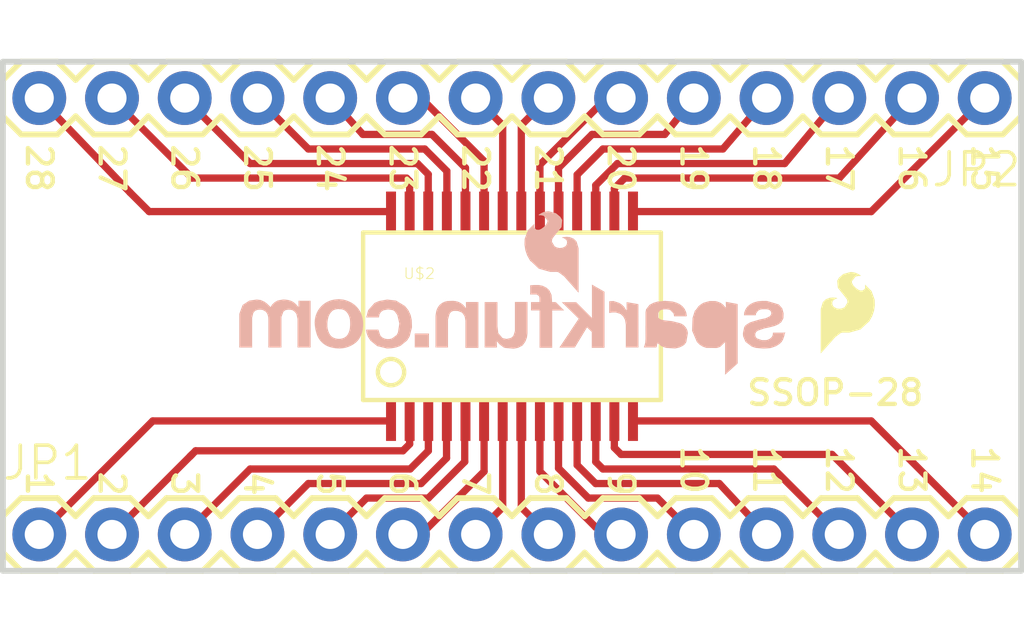
<source format=kicad_pcb>
(kicad_pcb (version 20211014) (generator pcbnew)
  (layers (0 "F.Cu" signal) (31 "B.Cu" signal) (34 "B.Paste" user) (35 "F.Paste" user) (36 "B.SilkS" user "B.Silkscreen") (37 "F.SilkS" user "F.Silkscreen") (38 "B.Mask" user) (39 "F.Mask" user) (44 "Edge.Cuts" user))
  (net 0 "")
  (net 1 "N$1")
  (net 2 "N$2")
  (net 3 "N$3")
  (net 4 "N$4")
  (net 5 "N$5")
  (net 6 "N$6")
  (net 7 "N$7")
  (net 8 "N$8")
  (net 9 "N$9")
  (net 10 "N$10")
  (net 11 "N$11")
  (net 12 "N$12")
  (net 13 "N$13")
  (net 14 "N$14")
  (net 15 "N$15")
  (net 16 "N$16")
  (net 17 "N$17")
  (net 18 "N$18")
  (net 19 "N$19")
  (net 20 "N$20")
  (net 21 "N$21")
  (net 22 "N$22")
  (net 23 "N$23")
  (net 24 "N$24")
  (net 25 "N$25")
  (net 26 "N$26")
  (net 27 "N$27")
  (net 28 "N$28")
  (footprint "boardEagle:SSOP28DB" (layer "F.Cu") (at 148.5011 105.0036)
    (fp_text reference "U$2" (at -3.81 -1.27) (layer "F.SilkS") (effects (font (size 0.373888 0.373888) (thickness 0.032512)) (justify left bottom)))
    (fp_text value "SSOP28")
    (pad "1" smd rect (at -4.225 3.656) (size 0.348 1.397) (layers "F.Cu" "F.Paste" "F.Mask") (net 15 "N$15"))
    (pad "2" smd rect (at -3.575 3.656) (size 0.348 1.397) (layers "F.Cu" "F.Paste" "F.Mask") (net 16 "N$16"))
    (pad "3" smd rect (at -2.925 3.656) (size 0.348 1.397) (layers "F.Cu" "F.Paste" "F.Mask") (net 17 "N$17"))
    (pad "4" smd rect (at -2.275 3.656) (size 0.348 1.397) (layers "F.Cu" "F.Paste" "F.Mask") (net 18 "N$18"))
    (pad "5" smd rect (at -1.625 3.656) (size 0.348 1.397) (layers "F.Cu" "F.Paste" "F.Mask") (net 19 "N$19"))
    (pad "6" smd rect (at -0.975 3.656) (size 0.348 1.397) (layers "F.Cu" "F.Paste" "F.Mask") (net 20 "N$20"))
    (pad "7" smd rect (at -0.325 3.656) (size 0.348 1.397) (layers "F.Cu" "F.Paste" "F.Mask") (net 21 "N$21"))
    (pad "8" smd rect (at 0.325 3.656) (size 0.348 1.397) (layers "F.Cu" "F.Paste" "F.Mask") (net 22 "N$22"))
    (pad "9" smd rect (at 0.975 3.656) (size 0.348 1.397) (layers "F.Cu" "F.Paste" "F.Mask") (net 23 "N$23"))
    (pad "10" smd rect (at 1.625 3.656) (size 0.348 1.397) (layers "F.Cu" "F.Paste" "F.Mask") (net 24 "N$24"))
    (pad "11" smd rect (at 2.275 3.656) (size 0.348 1.397) (layers "F.Cu" "F.Paste" "F.Mask") (net 25 "N$25"))
    (pad "12" smd rect (at 2.925 3.656) (size 0.348 1.397) (layers "F.Cu" "F.Paste" "F.Mask") (net 26 "N$26"))
    (pad "13" smd rect (at 3.575 3.656) (size 0.348 1.397) (layers "F.Cu" "F.Paste" "F.Mask") (net 27 "N$27"))
    (pad "14" smd rect (at 4.225 3.656) (size 0.348 1.397) (layers "F.Cu" "F.Paste" "F.Mask") (net 28 "N$28"))
    (pad "15" smd rect (at 4.225 -3.656) (size 0.348 1.397) (layers "F.Cu" "F.Paste" "F.Mask") (net 1 "N$1"))
    (pad "16" smd rect (at 3.575 -3.656) (size 0.348 1.397) (layers "F.Cu" "F.Paste" "F.Mask") (net 2 "N$2"))
    (pad "17" smd rect (at 2.925 -3.656) (size 0.348 1.397) (layers "F.Cu" "F.Paste" "F.Mask") (net 3 "N$3"))
    (pad "18" smd rect (at 2.275 -3.656) (size 0.348 1.397) (layers "F.Cu" "F.Paste" "F.Mask") (net 4 "N$4"))
    (pad "19" smd rect (at 1.625 -3.656) (size 0.348 1.397) (layers "F.Cu" "F.Paste" "F.Mask") (net 5 "N$5"))
    (pad "20" smd rect (at 0.975 -3.656) (size 0.348 1.397) (layers "F.Cu" "F.Paste" "F.Mask") (net 6 "N$6"))
    (pad "21" smd rect (at 0.325 -3.656) (size 0.348 1.397) (layers "F.Cu" "F.Paste" "F.Mask") (net 7 "N$7"))
    (pad "22" smd rect (at -0.325 -3.656) (size 0.348 1.397) (layers "F.Cu" "F.Paste" "F.Mask") (net 8 "N$8"))
    (pad "23" smd rect (at -0.975 -3.656) (size 0.348 1.397) (layers "F.Cu" "F.Paste" "F.Mask") (net 9 "N$9"))
    (pad "24" smd rect (at -1.625 -3.656) (size 0.348 1.397) (layers "F.Cu" "F.Paste" "F.Mask") (net 10 "N$10"))
    (pad "25" smd rect (at -2.275 -3.656) (size 0.348 1.397) (layers "F.Cu" "F.Paste" "F.Mask") (net 11 "N$11"))
    (pad "26" smd rect (at -2.925 -3.656) (size 0.348 1.397) (layers "F.Cu" "F.Paste" "F.Mask") (net 12 "N$12"))
    (pad "27" smd rect (at -3.575 -3.656) (size 0.348 1.397) (layers "F.Cu" "F.Paste" "F.Mask") (net 13 "N$13"))
    (pad "28" smd rect (at -4.225 -3.656) (size 0.348 1.397) (layers "F.Cu" "F.Paste" "F.Mask") (net 14 "N$14"))
  )
  (footprint "boardEagle:1X14" (layer "F.Cu") (at 165.0111 97.3836 180)
    (fp_text reference "JP2" (at -1.3462 -1.8288 180) (layer "F.SilkS") (effects (font (size 1.143 1.143) (thickness 0.127)) (justify right top)))
    (fp_text value "M14")
    (pad "1" thru_hole circle (at 0 0 270) (size 1.8796 1.8796) (drill 1.016) (layers *.Cu *.Mask) (net 1 "N$1"))
    (pad "2" thru_hole circle (at 2.54 0 270) (size 1.8796 1.8796) (drill 1.016) (layers *.Cu *.Mask) (net 2 "N$2"))
    (pad "3" thru_hole circle (at 5.08 0 270) (size 1.8796 1.8796) (drill 1.016) (layers *.Cu *.Mask) (net 3 "N$3"))
    (pad "4" thru_hole circle (at 7.62 0 270) (size 1.8796 1.8796) (drill 1.016) (layers *.Cu *.Mask) (net 4 "N$4"))
    (pad "5" thru_hole circle (at 10.16 0 270) (size 1.8796 1.8796) (drill 1.016) (layers *.Cu *.Mask) (net 5 "N$5"))
    (pad "6" thru_hole circle (at 12.7 0 270) (size 1.8796 1.8796) (drill 1.016) (layers *.Cu *.Mask) (net 6 "N$6"))
    (pad "7" thru_hole circle (at 15.24 0 270) (size 1.8796 1.8796) (drill 1.016) (layers *.Cu *.Mask) (net 7 "N$7"))
    (pad "8" thru_hole circle (at 17.78 0 270) (size 1.8796 1.8796) (drill 1.016) (layers *.Cu *.Mask) (net 8 "N$8"))
    (pad "9" thru_hole circle (at 20.32 0 270) (size 1.8796 1.8796) (drill 1.016) (layers *.Cu *.Mask) (net 9 "N$9"))
    (pad "10" thru_hole circle (at 22.86 0 270) (size 1.8796 1.8796) (drill 1.016) (layers *.Cu *.Mask) (net 10 "N$10"))
    (pad "11" thru_hole circle (at 25.4 0 270) (size 1.8796 1.8796) (drill 1.016) (layers *.Cu *.Mask) (net 11 "N$11"))
    (pad "12" thru_hole circle (at 27.94 0 270) (size 1.8796 1.8796) (drill 1.016) (layers *.Cu *.Mask) (net 12 "N$12"))
    (pad "13" thru_hole circle (at 30.48 0 270) (size 1.8796 1.8796) (drill 1.016) (layers *.Cu *.Mask) (net 13 "N$13"))
    (pad "14" thru_hole circle (at 33.02 0 270) (size 1.8796 1.8796) (drill 1.016) (layers *.Cu *.Mask) (net 14 "N$14"))
  )
  (footprint "boardEagle:SFE-LOGO-FLAME" (layer "F.Cu") (at 159.2961 106.2736)
    (fp_text reference "U$1" hide)
    (fp_text value "LOGO-SFESK" hide)
  )
  (footprint "boardEagle:1X14" (layer "F.Cu") (at 131.9911 112.6236)
    (fp_text reference "JP1" (at -1.3462 -1.8288) (layer "F.SilkS") (effects (font (size 1.143 1.143) (thickness 0.127)) (justify left bottom)))
    (fp_text value "M14")
    (pad "1" thru_hole circle (at 0 0 90) (size 1.8796 1.8796) (drill 1.016) (layers *.Cu *.Mask) (net 15 "N$15"))
    (pad "2" thru_hole circle (at 2.54 0 90) (size 1.8796 1.8796) (drill 1.016) (layers *.Cu *.Mask) (net 16 "N$16"))
    (pad "3" thru_hole circle (at 5.08 0 90) (size 1.8796 1.8796) (drill 1.016) (layers *.Cu *.Mask) (net 17 "N$17"))
    (pad "4" thru_hole circle (at 7.62 0 90) (size 1.8796 1.8796) (drill 1.016) (layers *.Cu *.Mask) (net 18 "N$18"))
    (pad "5" thru_hole circle (at 10.16 0 90) (size 1.8796 1.8796) (drill 1.016) (layers *.Cu *.Mask) (net 19 "N$19"))
    (pad "6" thru_hole circle (at 12.7 0 90) (size 1.8796 1.8796) (drill 1.016) (layers *.Cu *.Mask) (net 20 "N$20"))
    (pad "7" thru_hole circle (at 15.24 0 90) (size 1.8796 1.8796) (drill 1.016) (layers *.Cu *.Mask) (net 21 "N$21"))
    (pad "8" thru_hole circle (at 17.78 0 90) (size 1.8796 1.8796) (drill 1.016) (layers *.Cu *.Mask) (net 22 "N$22"))
    (pad "9" thru_hole circle (at 20.32 0 90) (size 1.8796 1.8796) (drill 1.016) (layers *.Cu *.Mask) (net 23 "N$23"))
    (pad "10" thru_hole circle (at 22.86 0 90) (size 1.8796 1.8796) (drill 1.016) (layers *.Cu *.Mask) (net 24 "N$24"))
    (pad "11" thru_hole circle (at 25.4 0 90) (size 1.8796 1.8796) (drill 1.016) (layers *.Cu *.Mask) (net 25 "N$25"))
    (pad "12" thru_hole circle (at 27.94 0 90) (size 1.8796 1.8796) (drill 1.016) (layers *.Cu *.Mask) (net 26 "N$26"))
    (pad "13" thru_hole circle (at 30.48 0 90) (size 1.8796 1.8796) (drill 1.016) (layers *.Cu *.Mask) (net 27 "N$27"))
    (pad "14" thru_hole circle (at 33.02 0 90) (size 1.8796 1.8796) (drill 1.016) (layers *.Cu *.Mask) (net 28 "N$28"))
  )
  (footprint "boardEagle:SFE-NEW-WEBLOGO" (layer "B.Cu") (at 158.0261 107.0356 180)
    (fp_text reference "U$5" hide)
    (fp_text value "LOGO-SFENEW" hide)
  )
  (gr_line (start 166.2811 113.8936) (end 166.2811 96.1136) (layer "Edge.Cuts") (width 0.2032))
  (gr_line (start 130.7211 113.8936) (end 166.2811 113.8936) (layer "Edge.Cuts") (width 0.2032))
  (gr_line (start 166.2811 96.1136) (end 130.7211 96.1136) (layer "Edge.Cuts") (width 0.2032))
  (gr_line (start 130.7211 96.1136) (end 130.7211 113.8936) (layer "Edge.Cuts") (width 0.2032))
  (gr_text "25" (at 139.1031 98.9076 270) (layer "F.SilkS") (effects (font (size 0.8636 0.8636) (thickness 0.1524)) (justify left bottom)))
  (gr_text "23" (at 144.1831 98.9076 270) (layer "F.SilkS") (effects (font (size 0.8636 0.8636) (thickness 0.1524)) (justify left bottom)))
  (gr_text "7" (at 146.7231 110.3376 270) (layer "F.SilkS") (effects (font (size 0.8636 0.8636) (thickness 0.1524)) (justify left bottom)))
  (gr_text "SSOP-28" (at 156.6291 108.1786) (layer "F.SilkS") (effects (font (size 0.8636 0.8636) (thickness 0.1524)) (justify left bottom)))
  (gr_text "20" (at 151.8031 98.9076 270) (layer "F.SilkS") (effects (font (size 0.8636 0.8636) (thickness 0.1524)) (justify left bottom)))
  (gr_text "2" (at 134.0231 110.3376 270) (layer "F.SilkS") (effects (font (size 0.8636 0.8636) (thickness 0.1524)) (justify left bottom)))
  (gr_text "1" (at 131.4831 110.3376 270) (layer "F.SilkS") (effects (font (size 0.8636 0.8636) (thickness 0.1524)) (justify left bottom)))
  (gr_text "21" (at 149.2631 98.9076 270) (layer "F.SilkS") (effects (font (size 0.8636 0.8636) (thickness 0.1524)) (justify left bottom)))
  (gr_text "18" (at 156.8831 98.9076 270) (layer "F.SilkS") (effects (font (size 0.8636 0.8636) (thickness 0.1524)) (justify left bottom)))
  (gr_text "28" (at 131.4831 98.9076 270) (layer "F.SilkS") (effects (font (size 0.8636 0.8636) (thickness 0.1524)) (justify left bottom)))
  (gr_text "4" (at 139.1031 110.3376 270) (layer "F.SilkS") (effects (font (size 0.8636 0.8636) (thickness 0.1524)) (justify left bottom)))
  (gr_text "8" (at 149.2631 110.3376 270) (layer "F.SilkS") (effects (font (size 0.8636 0.8636) (thickness 0.1524)) (justify left bottom)))
  (gr_text "16" (at 161.9631 98.9076 270) (layer "F.SilkS") (effects (font (size 0.8636 0.8636) (thickness 0.1524)) (justify left bottom)))
  (gr_text "22" (at 146.7231 98.9076 270) (layer "F.SilkS") (effects (font (size 0.8636 0.8636) (thickness 0.1524)) (justify left bottom)))
  (gr_text "17" (at 159.4231 98.9076 270) (layer "F.SilkS") (effects (font (size 0.8636 0.8636) (thickness 0.1524)) (justify left bottom)))
  (gr_text "3" (at 136.5631 110.3376 270) (layer "F.SilkS") (effects (font (size 0.8636 0.8636) (thickness 0.1524)) (justify left bottom)))
  (gr_text "27" (at 134.0231 98.9076 270) (layer "F.SilkS") (effects (font (size 0.8636 0.8636) (thickness 0.1524)) (justify left bottom)))
  (gr_text "5" (at 141.6431 110.3376 270) (layer "F.SilkS") (effects (font (size 0.8636 0.8636) (thickness 0.1524)) (justify left bottom)))
  (gr_text "19" (at 154.3431 98.9076 270) (layer "F.SilkS") (effects (font (size 0.8636 0.8636) (thickness 0.1524)) (justify left bottom)))
  (gr_text "9" (at 151.8031 110.3376 270) (layer "F.SilkS") (effects (font (size 0.8636 0.8636) (thickness 0.1524)) (justify left bottom)))
  (gr_text "24" (at 141.6431 98.9076 270) (layer "F.SilkS") (effects (font (size 0.8636 0.8636) (thickness 0.1524)) (justify left bottom)))
  (gr_text "13" (at 161.9631 109.4486 270) (layer "F.SilkS") (effects (font (size 0.8636 0.8636) (thickness 0.1524)) (justify left bottom)))
  (gr_text "26" (at 136.5631 98.9076 270) (layer "F.SilkS") (effects (font (size 0.8636 0.8636) (thickness 0.1524)) (justify left bottom)))
  (gr_text "10" (at 154.3431 109.4486 270) (layer "F.SilkS") (effects (font (size 0.8636 0.8636) (thickness 0.1524)) (justify left bottom)))
  (gr_text "11" (at 156.8831 109.4486 270) (layer "F.SilkS") (effects (font (size 0.8636 0.8636) (thickness 0.1524)) (justify left bottom)))
  (gr_text "14" (at 164.5031 109.4486 270) (layer "F.SilkS") (effects (font (size 0.8636 0.8636) (thickness 0.1524)) (justify left bottom)))
  (gr_text "15" (at 164.5031 98.9076 270) (layer "F.SilkS") (effects (font (size 0.8636 0.8636) (thickness 0.1524)) (justify left bottom)))
  (gr_text "12" (at 159.4231 109.4486 270) (layer "F.SilkS") (effects (font (size 0.8636 0.8636) (thickness 0.1524)) (justify left bottom)))
  (gr_text "6" (at 144.1831 110.3376 270) (layer "F.SilkS") (effects (font (size 0.8636 0.8636) (thickness 0.1524)) (justify left bottom)))
  (segment (start 152.7261 101.3476) (end 161.0471 101.3476) (width 0.254) (layer "F.Cu") (net 1))
  (segment (start 161.0471 101.3476) (end 165.0111 97.3836) (width 0.254) (layer "F.Cu") (net 1))
  (segment (start 152.0761 100.5396) (end 152.4381 100.1776) (width 0.254) (layer "F.Cu") (net 2))
  (segment (start 159.9311 100.1776) (end 162.4711 97.3836) (width 0.254) (layer "F.Cu") (net 2))
  (segment (start 152.4381 100.1776) (end 159.9311 100.1776) (width 0.254) (layer "F.Cu") (net 2))
  (segment (start 152.0761 101.3476) (end 152.0761 100.5396) (width 0.254) (layer "F.Cu") (net 2))
  (segment (start 152.1841 99.6696) (end 158.0261 99.6696) (width 0.254) (layer "F.Cu") (net 3))
  (segment (start 151.4261 100.4276) (end 152.1841 99.6696) (width 0.254) (layer "F.Cu") (net 3))
  (segment (start 158.0261 99.6696) (end 159.9311 97.3836) (width 0.254) (layer "F.Cu") (net 3))
  (segment (start 151.4261 101.3476) (end 151.4261 100.4276) (width 0.254) (layer "F.Cu") (net 3))
  (segment (start 150.7761 101.3476) (end 150.7761 100.0616) (width 0.254) (layer "F.Cu") (net 4))
  (segment (start 150.7761 100.0616) (end 151.6761 99.1616) (width 0.254) (layer "F.Cu") (net 4))
  (segment (start 151.6761 99.1616) (end 155.8671 99.1616) (width 0.254) (layer "F.Cu") (net 4))
  (segment (start 155.8671 99.1616) (end 157.3911 97.3836) (width 0.254) (layer "F.Cu") (net 4))
  (segment (start 153.8351 98.6536) (end 154.8511 97.3836) (width 0.254) (layer "F.Cu") (net 5))
  (segment (start 151.2951 98.6536) (end 153.8351 98.6536) (width 0.254) (layer "F.Cu") (net 5))
  (segment (start 150.1261 99.8226) (end 151.2951 98.6536) (width 0.254) (layer "F.Cu") (net 5))
  (segment (start 150.1261 101.3476) (end 150.1261 99.8226) (width 0.254) (layer "F.Cu") (net 5))
  (segment (start 149.4761 101.3476) (end 149.4761 99.7106) (width 0.254) (layer "F.Cu") (net 6))
  (segment (start 151.8031 97.3836) (end 152.3111 97.3836) (width 0.254) (layer "F.Cu") (net 6))
  (segment (start 149.4761 99.7106) (end 151.8031 97.3836) (width 0.254) (layer "F.Cu") (net 6))
  (segment (start 148.8261 101.3476) (end 148.8261 98.3286) (width 0.254) (layer "F.Cu") (net 7))
  (segment (start 148.8261 98.3286) (end 149.7711 97.3836) (width 0.254) (layer "F.Cu") (net 7))
  (segment (start 148.1761 101.3476) (end 148.1761 98.3286) (width 0.254) (layer "F.Cu") (net 8))
  (segment (start 148.1761 98.3286) (end 147.2311 97.3836) (width 0.254) (layer "F.Cu") (net 8))
  (segment (start 147.5261 101.3476) (end 147.5261 99.5836) (width 0.254) (layer "F.Cu") (net 9))
  (segment (start 145.3261 97.3836) (end 144.6911 97.3836) (width 0.254) (layer "F.Cu") (net 9))
  (segment (start 147.5261 99.5836) (end 145.3261 97.3836) (width 0.254) (layer "F.Cu") (net 9))
  (segment (start 143.2941 98.6536) (end 145.7071 98.6536) (width 0.254) (layer "F.Cu") (net 10))
  (segment (start 145.7071 98.6536) (end 146.8761 99.8226) (width 0.254) (layer "F.Cu") (net 10))
  (segment (start 146.8761 99.8226) (end 146.8761 101.3476) (width 0.254) (layer "F.Cu") (net 10))
  (segment (start 142.1511 97.3836) (end 143.2941 98.6536) (width 0.254) (layer "F.Cu") (net 10))
  (segment (start 145.4531 99.1616) (end 146.2261 99.9346) (width 0.254) (layer "F.Cu") (net 11))
  (segment (start 139.6111 97.3836) (end 141.3891 99.1616) (width 0.254) (layer "F.Cu") (net 11))
  (segment (start 146.2261 99.9346) (end 146.2261 101.3476) (width 0.254) (layer "F.Cu") (net 11))
  (segment (start 141.3891 99.1616) (end 145.4531 99.1616) (width 0.254) (layer "F.Cu") (net 11))
  (segment (start 145.1991 99.6696) (end 145.5761 100.0466) (width 0.254) (layer "F.Cu") (net 12))
  (segment (start 139.3571 99.6696) (end 145.1991 99.6696) (width 0.254) (layer "F.Cu") (net 12))
  (segment (start 145.5761 100.0466) (end 145.5761 101.3476) (width 0.254) (layer "F.Cu") (net 12))
  (segment (start 137.0711 97.3836) (end 139.3571 99.6696) (width 0.254) (layer "F.Cu") (net 12))
  (segment (start 134.5311 97.3836) (end 137.3251 100.1776) (width 0.254) (layer "F.Cu") (net 13))
  (segment (start 144.8181 100.1776) (end 144.9261 100.2856) (width 0.254) (layer "F.Cu") (net 13))
  (segment (start 144.9261 100.2856) (end 144.9261 101.3476) (width 0.254) (layer "F.Cu") (net 13))
  (segment (start 137.3251 100.1776) (end 144.8181 100.1776) (width 0.254) (layer "F.Cu") (net 13))
  (segment (start 135.8281 101.3476) (end 144.2761 101.3476) (width 0.254) (layer "F.Cu") (net 14))
  (segment (start 131.9911 97.3836) (end 135.1661 100.6856) (width 0.254) (layer "F.Cu") (net 14))
  (segment (start 135.1661 100.6856) (end 135.8281 101.3476) (width 0.254) (layer "F.Cu") (net 14))
  (segment (start 131.9911 112.6236) (end 135.9551 108.6596) (width 0.254) (layer "F.Cu") (net 15))
  (segment (start 135.9551 108.6596) (end 144.2761 108.6596) (width 0.254) (layer "F.Cu") (net 15))
  (segment (start 137.4521 109.7026) (end 144.6911 109.7026) (width 0.254) (layer "F.Cu") (net 16))
  (segment (start 137.2616 109.8931) (end 137.3251 109.8296) (width 0.254) (layer "F.Cu") (net 16))
  (segment (start 134.5311 112.6236) (end 137.2616 109.8931) (width 0.254) (layer "F.Cu") (net 16))
  (segment (start 137.2616 109.8931) (end 137.4521 109.7026) (width 0.254) (layer "F.Cu") (net 16))
  (segment (start 144.9261 109.4676) (end 144.9261 108.6596) (width 0.254) (layer "F.Cu") (net 16))
  (segment (start 144.6911 109.7026) (end 144.9261 109.4676) (width 0.254) (layer "F.Cu") (net 16))
  (segment (start 137.0711 112.6236) (end 139.3571 110.3376) (width 0.254) (layer "F.Cu") (net 17))
  (segment (start 144.9451 110.3376) (end 145.5801 109.7026) (width 0.254) (layer "F.Cu") (net 17))
  (segment (start 139.3571 110.3376) (end 144.9451 110.3376) (width 0.254) (layer "F.Cu") (net 17))
  (segment (start 145.5801 109.7026) (end 145.5801 108.6636) (width 0.254) (layer "F.Cu") (net 17))
  (segment (start 145.5801 108.6636) (end 145.5761 108.6596) (width 0.254) (layer "F.Cu") (net 17))
  (segment (start 139.6111 112.6236) (end 141.3891 110.8456) (width 0.254) (layer "F.Cu") (net 18))
  (segment (start 145.3261 110.8456) (end 146.2151 109.9566) (width 0.254) (layer "F.Cu") (net 18))
  (segment (start 146.2151 108.6706) (end 146.2261 108.6596) (width 0.254) (layer "F.Cu") (net 18))
  (segment (start 146.2151 109.9566) (end 146.2151 108.6706) (width 0.254) (layer "F.Cu") (net 18))
  (segment (start 141.3891 110.8456) (end 145.3261 110.8456) (width 0.254) (layer "F.Cu") (net 18))
  (segment (start 143.4211 111.3536) (end 145.5801 111.3536) (width 0.254) (layer "F.Cu") (net 19))
  (segment (start 145.5801 111.3536) (end 146.8501 110.0836) (width 0.254) (layer "F.Cu") (net 19))
  (segment (start 146.8501 110.0836) (end 146.8501 108.6856) (width 0.254) (layer "F.Cu") (net 19))
  (segment (start 142.1511 112.6236) (end 143.4211 111.3536) (width 0.254) (layer "F.Cu") (net 19))
  (segment (start 146.8501 108.6856) (end 146.8761 108.6596) (width 0.254) (layer "F.Cu") (net 19))
  (segment (start 144.6911 112.6236) (end 145.3261 112.6236) (width 0.254) (layer "F.Cu") (net 20))
  (segment (start 147.5261 110.4236) (end 147.5261 108.6596) (width 0.254) (layer "F.Cu") (net 20))
  (segment (start 145.3261 112.6236) (end 147.5261 110.4236) (width 0.254) (layer "F.Cu") (net 20))
  (segment (start 148.1761 111.6786) (end 148.1761 108.6596) (width 0.254) (layer "F.Cu") (net 21))
  (segment (start 147.2311 112.6236) (end 148.1761 111.6786) (width 0.254) (layer "F.Cu") (net 21))
  (segment (start 148.8261 111.6786) (end 148.8261 108.6596) (width 0.254) (layer "F.Cu") (net 22))
  (segment (start 149.7711 112.6236) (end 148.8261 111.6786) (width 0.254) (layer "F.Cu") (net 22))
  (segment (start 152.3111 112.6236) (end 151.4221 112.3696) (width 0.254) (layer "F.Cu") (net 23))
  (segment (start 151.4221 112.3696) (end 149.4761 110.4236) (width 0.254) (layer "F.Cu") (net 23))
  (segment (start 149.4761 110.4236) (end 149.4761 108.6596) (width 0.254) (layer "F.Cu") (net 23))
  (segment (start 150.1261 110.3116) (end 151.1681 111.3536) (width 0.254) (layer "F.Cu") (net 24))
  (segment (start 151.1681 111.3536) (end 153.5811 111.3536) (width 0.254) (layer "F.Cu") (net 24))
  (segment (start 150.1261 110.3116) (end 150.1261 108.6596) (width 0.254) (layer "F.Cu") (net 24))
  (segment (start 153.5811 111.3536) (end 154.8511 112.6236) (width 0.254) (layer "F.Cu") (net 24))
  (segment (start 155.7401 110.8456) (end 157.3911 112.6236) (width 0.254) (layer "F.Cu") (net 25))
  (segment (start 150.7761 110.1996) (end 150.7761 108.6596) (width 0.254) (layer "F.Cu") (net 25))
  (segment (start 150.7761 110.1996) (end 151.4221 110.8456) (width 0.254) (layer "F.Cu") (net 25))
  (segment (start 151.4221 110.8456) (end 155.7401 110.8456) (width 0.254) (layer "F.Cu") (net 25))
  (segment (start 151.4261 110.0876) (end 151.4261 108.6596) (width 0.254) (layer "F.Cu") (net 26))
  (segment (start 157.6451 110.3376) (end 159.9311 112.6236) (width 0.254) (layer "F.Cu") (net 26))
  (segment (start 151.6761 110.3376) (end 157.6451 110.3376) (width 0.254) (layer "F.Cu") (net 26))
  (segment (start 151.6761 110.3376) (end 151.4261 110.0876) (width 0.254) (layer "F.Cu") (net 26))
  (segment (start 152.0761 109.5946) (end 152.0761 108.6596) (width 0.254) (layer "F.Cu") (net 27))
  (segment (start 152.3111 109.8296) (end 152.0761 109.5946) (width 0.254) (layer "F.Cu") (net 27))
  (segment (start 159.6771 109.8296) (end 162.4711 112.6236) (width 0.254) (layer "F.Cu") (net 27))
  (segment (start 152.3111 109.8296) (end 159.6771 109.8296) (width 0.254) (layer "F.Cu") (net 27))
  (segment (start 161.0471 108.6596) (end 165.0111 112.6236) (width 0.254) (layer "F.Cu") (net 28))
  (segment (start 152.7261 108.6596) (end 161.0471 108.6596) (width 0.254) (layer "F.Cu") (net 28))
)
</source>
